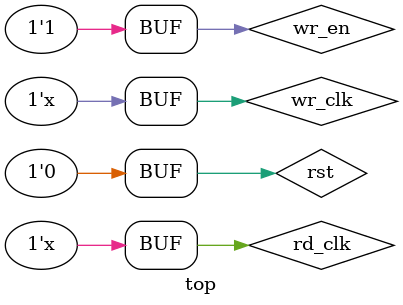
<source format=v>

  `timescale 1 ns / 1 ps

module top;

  reg            rst;

  // input clock domain
  reg            wr_clk;
  reg [0 : 127]  din;
  reg            wr_en;

  // output clock domain
  reg            rd_clk;
  wire [0 : 127] dout;  
  reg            rd_en;
  
  wire [0 : 3]   rd_data_count;
  wire [0 : 3]   wr_data_count;

parameter CLK1 = 97, CLK2 = 200;
  
  fifo_generator_v6_2 fifo1 (
	.rst(rst),
	.wr_clk(wr_clk),
	.rd_clk(rd_clk),
	.din(din), // Bus [127 : 0] 
	.wr_en(wr_en),
	.rd_en(rd_en),
	.dout(dout), // Bus [127 : 0] 
	.full(full),
	.wr_ack(wr_ack),
	.overflow(overflow),
	.empty(empty),
	.valid(valid),
	.underflow(underflow),
	.rd_data_count(rd_data_count), // Bus [3 : 0] 
	.wr_data_count(wr_data_count)); // Bus [3 : 0] 

  
  always #CLK1
    begin
     wr_clk = ~wr_clk;
    end

  always #CLK2
    begin
      rd_clk = ~rd_clk;
    end
    
  initial
    begin      
      // initialization
      rd_clk = 0;
      wr_clk = 0;
      
      wr_en = 0;
      rd_en = 1;
      
      din = 'd0;
      
      rst = 0;
      #5
      rst = 1;
      #5
      rst = 0;
      
      wr_en = 1;
            
    end
  
  // *** THIS IS A HACK *** - there should be a better way to do and avoid overcounting
  always @ (negedge wr_clk)
    begin
      if ( wr_ack && !overflow )
        din <= din + 1;
    end

  always @ (posedge rd_clk)
    if ( !empty )
      rd_en <= ~rd_en;
    else
      rd_en <= 0;

endmodule

</source>
